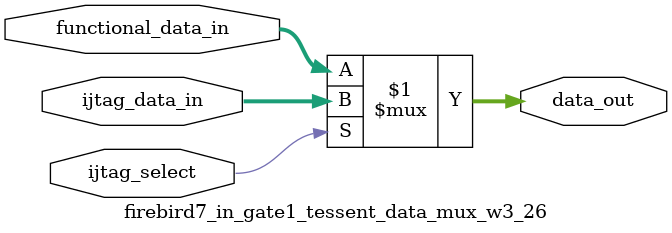
<source format=sv>

module firebird7_in_gate1_tessent_data_mux_w3_26 (
  input wire ijtag_select,
  input wire [2:0]  functional_data_in,
  input wire [2:0]  ijtag_data_in,
  output wire [2:0] data_out
);
assign data_out = (ijtag_select) ? ijtag_data_in : functional_data_in;
endmodule

</source>
